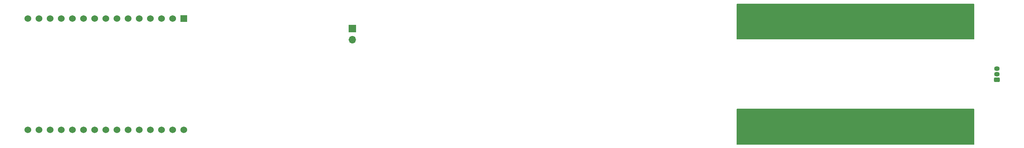
<source format=gbr>
%TF.GenerationSoftware,KiCad,Pcbnew,(6.0.1)*%
%TF.CreationDate,2022-02-04T16:43:36-05:00*%
%TF.ProjectId,fan,66616e2e-6b69-4636-9164-5f7063625858,rev?*%
%TF.SameCoordinates,Original*%
%TF.FileFunction,Soldermask,Bot*%
%TF.FilePolarity,Negative*%
%FSLAX46Y46*%
G04 Gerber Fmt 4.6, Leading zero omitted, Abs format (unit mm)*
G04 Created by KiCad (PCBNEW (6.0.1)) date 2022-02-04 16:43:36*
%MOMM*%
%LPD*%
G01*
G04 APERTURE LIST*
G04 Aperture macros list*
%AMRoundRect*
0 Rectangle with rounded corners*
0 $1 Rounding radius*
0 $2 $3 $4 $5 $6 $7 $8 $9 X,Y pos of 4 corners*
0 Add a 4 corners polygon primitive as box body*
4,1,4,$2,$3,$4,$5,$6,$7,$8,$9,$2,$3,0*
0 Add four circle primitives for the rounded corners*
1,1,$1+$1,$2,$3*
1,1,$1+$1,$4,$5*
1,1,$1+$1,$6,$7*
1,1,$1+$1,$8,$9*
0 Add four rect primitives between the rounded corners*
20,1,$1+$1,$2,$3,$4,$5,0*
20,1,$1+$1,$4,$5,$6,$7,0*
20,1,$1+$1,$6,$7,$8,$9,0*
20,1,$1+$1,$8,$9,$2,$3,0*%
G04 Aperture macros list end*
%ADD10C,0.150000*%
%ADD11R,1.524000X1.524000*%
%ADD12C,1.524000*%
%ADD13RoundRect,0.249900X0.400100X-0.275100X0.400100X0.275100X-0.400100X0.275100X-0.400100X-0.275100X0*%
%ADD14O,1.300000X1.050000*%
%ADD15R,1.700000X1.700000*%
%ADD16O,1.700000X1.700000*%
G04 APERTURE END LIST*
D10*
X222000000Y-102500000D02*
X276000000Y-102500000D01*
X276000000Y-102500000D02*
X276000000Y-110500000D01*
X276000000Y-110500000D02*
X222000000Y-110500000D01*
X222000000Y-110500000D02*
X222000000Y-102500000D01*
G36*
X222000000Y-102500000D02*
G01*
X276000000Y-102500000D01*
X276000000Y-110500000D01*
X222000000Y-110500000D01*
X222000000Y-102500000D01*
G37*
X222000000Y-78500000D02*
X276000000Y-78500000D01*
X276000000Y-78500000D02*
X276000000Y-86500000D01*
X276000000Y-86500000D02*
X222000000Y-86500000D01*
X222000000Y-86500000D02*
X222000000Y-78500000D01*
G36*
X222000000Y-78500000D02*
G01*
X276000000Y-78500000D01*
X276000000Y-86500000D01*
X222000000Y-86500000D01*
X222000000Y-78500000D01*
G37*
D11*
%TO.C,U1*%
X95800000Y-81850000D03*
D12*
X93260000Y-81850000D03*
X90720000Y-81850000D03*
X88180000Y-81850000D03*
X85640000Y-81850000D03*
X83100000Y-81850000D03*
X80560000Y-81850000D03*
X78020000Y-81850000D03*
X75480000Y-81850000D03*
X72940000Y-81850000D03*
X70400000Y-81850000D03*
X67860000Y-81850000D03*
X65320000Y-81850000D03*
X62780000Y-81850000D03*
X60240000Y-81850000D03*
X60240000Y-107250000D03*
X62780000Y-107250000D03*
X65320000Y-107250000D03*
X67860000Y-107250000D03*
X70400000Y-107250000D03*
X72940000Y-107250000D03*
X75480000Y-107250000D03*
X78020000Y-107250000D03*
X80560000Y-107250000D03*
X83100000Y-107250000D03*
X85640000Y-107250000D03*
X88180000Y-107250000D03*
X90720000Y-107250000D03*
X93260000Y-107250000D03*
X95800000Y-107250000D03*
%TD*%
D13*
%TO.C,U2*%
X281235000Y-95770000D03*
D14*
X281235000Y-94500000D03*
X281235000Y-93230000D03*
%TD*%
D15*
%TO.C,J1*%
X134250000Y-84150000D03*
D16*
X134250000Y-86690000D03*
%TD*%
M02*

</source>
